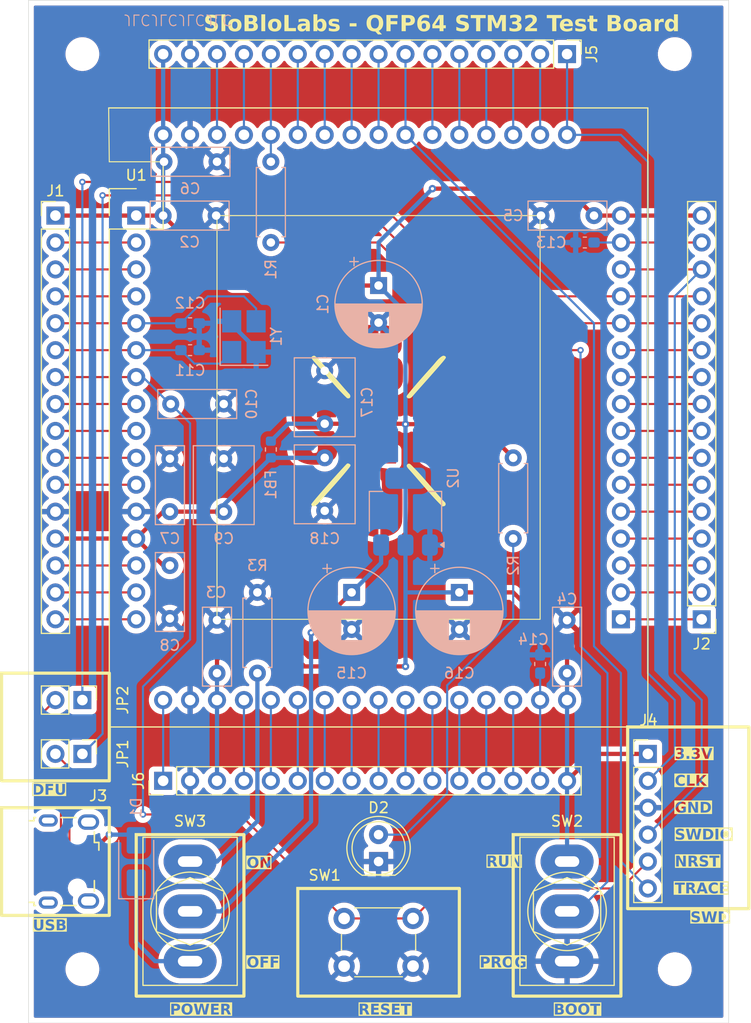
<source format=kicad_pcb>
(kicad_pcb (version 20241229) (generator "pcbnew") (generator_version "9.0")
  (layers (0 "F.Cu" signal) (2 "B.Cu" signal) (13 "F.Paste" user) (15 "B.Paste" user) (5 "F.SilkS" user "F.Silkscreen") (7 "B.SilkS" user "B.Silkscreen") (1 "F.Mask" user) (3 "B.Mask" user) (25 "Edge.Cuts" user))
  (net 0 "")
  (net 1 "+3.3V")
  (net 2 "GND")
  (net 3 "+3.3VA")
  (net 4 "/NRST")
  (net 5 "/Pin31")
  (net 6 "/Pin47")
  (net 7 "/Pin6")
  (net 8 "/Pin5")
  (net 9 "+5V")
  (net 10 "VBUS")
  (net 12 "Net-(J3-D-)")
  (net 16 "Net-(J3-D+)")
  (net 18 "/Pin8")
  (net 19 "/Pin11")
  (net 20 "/Pin2")
  (net 21 "/Pin10")
  (net 22 "/Pin3")
  (net 23 "/Pin16")
  (net 24 "/Pin4")
  (net 25 "/Pin9")
  (net 26 "/Pin14")
  (net 27 "/Pin15")
  (net 28 "/Pin23")
  (net 29 "/Pin17")
  (net 30 "/Pin20")
  (net 31 "/Pin28")
  (net 32 "/Pin27")
  (net 33 "/Pin21")
  (net 34 "/Pin24")
  (net 35 "/Pin22")
  (net 36 "/Pin26")
  (net 37 "/Pin25")
  (net 38 "/Pin29")
  (net 39 "/Pin30")
  (net 40 "/Pin62")
  (net 41 "/BOOT0")
  (net 42 "/Pin50")
  (net 43 "/Pin59")
  (net 44 "/Pin58")
  (net 45 "/Pin52")
  (net 46 "/Pin57")
  (net 47 "/Pin54")
  (net 48 "/Pin56")
  (net 49 "/JTDO-TRACESWO")
  (net 50 "/Pin51")
  (net 51 "/JTCK-SWCLK")
  (net 52 "/Pin61")
  (net 53 "/Pin53")
  (net 54 "/Pin43")
  (net 55 "/JTMS-SWDIO")
  (net 56 "/Pin38")
  (net 57 "/Pin37")
  (net 58 "/Pin41")
  (net 59 "/Pin34")
  (net 60 "/Pin35")
  (net 61 "/Pin45")
  (net 62 "/Pin44")
  (net 63 "/Pin40")
  (net 64 "/Pin36")
  (net 65 "/Pin42")
  (net 66 "/Pin33")
  (net 67 "/Pin39")
  (net 68 "/BOOT0_S")
  (net 69 "Net-(D2-A)")
  (net 70 "/On")
  (net 71 "/Off")
  (footprint "MountingHole:MountingHole_2.7mm_M2.5" (layer "F.Cu") (at 132.08 55.88)
    (property "Reference" "H2" (hide yes))
    (property "Value" "MountingHole")
  )
  (footprint "Connector_PinHeader_2.54mm:PinHeader_1x16_P2.54mm_Vertical" (layer "F.Cu") (at 190.5 109.22 180)
    (property "Reference" "J2")
    (property "Value" "Conn_01x16")
  )
  (footprint "LED_THT:LED_D5.0mm_Clear" (layer "F.Cu") (at 160.02 132.08 90)
    (property "Reference" "D2")
    (property "Value" "LED")
  )
  (footprint "SloBlo:SW_Toggle_MS500" (layer "F.Cu") (at 177.8 136.78 90)
    (property "Reference" "SW2")
    (property "Value" "SW_SPDT")
  )
  (footprint "MountingHole:MountingHole_2.7mm_M2.5" (layer "F.Cu") (at 187.96 142.24)
    (property "Reference" "H4" (hide yes))
    (property "Value" "MountingHole")
  )
  (footprint "Connector_USB:USB_Micro-B_Wuerth_629105150521" (layer "F.Cu") (at 130.81 132.08 -90)
    (property "Reference" "J3")
    (property "Value" "USB_B_Micro")
  )
  (footprint "SloBlo:QFP64-0.5-REV2" (layer "F.Cu") (at 137.16 71.12)
    (property "Reference" "U1")
    (property "Value" "QFP64-0.5-REV2")
  )
  (footprint "Connector_PinHeader_2.54mm:PinHeader_1x02_P2.54mm_Vertical" (layer "F.Cu") (at 132.08 121.92 -90)
    (property "Reference" "JP1")
    (property "Value" "Jumper_2_Bridged")
  )
  (footprint "Connector_PinHeader_2.54mm:PinHeader_1x16_P2.54mm_Vertical" (layer "F.Cu") (at 139.7 124.46 90)
    (property "Reference" "J6")
    (property "Value" "Conn_01x16")
  )
  (footprint "SloBloFP:SloBloLogo_16x20" (layer "F.Cu") (at 160.02 91.44)
    (property "Reference" "Ref**" (hide yes))
    (property "Value" "Val**" (hide yes))
  )
  (footprint "SloBlo:E-Switch_TL1105SP" (layer "F.Cu") (at 160.02 139.7 180)
    (property "Reference" "SW1")
    (property "Value" "SW_Push")
  )
  (footprint "Connector_PinHeader_2.54mm:PinHeader_1x16_P2.54mm_Vertical" (layer "F.Cu") (at 177.8 55.88 -90)
    (property "Reference" "J5")
    (property "Value" "Conn_01x16")
  )
  (footprint "Connector_PinHeader_2.54mm:PinHeader_1x02_P2.54mm_Vertical" (layer "F.Cu") (at 132.08 116.84 -90)
    (property "Reference" "JP2")
    (property "Value" "Jumper_2_Bridged")
  )
  (footprint "MountingHole:MountingHole_2.7mm_M2.5" (layer "F.Cu") (at 187.96 55.88)
    (property "Reference" "H3" (hide yes))
    (property "Value" "MountingHole")
  )
  (footprint "SloBlo:SW_Toggle_MS500" (layer "F.Cu") (at 142.24 136.78 -90)
    (property "Reference" "SW3")
    (property "Value" "SW_SPDT")
  )
  (footprint "Connector_PinHeader_2.54mm:PinHeader_1x06_P2.54mm_Vertical" (layer "F.Cu") (at 185.42 121.92)
    (property "Reference" "J4")
    (property "Value" "Conn_01x06")
  )
  (footprint "Connector_PinHeader_2.54mm:PinHeader_1x16_P2.54mm_Vertical" (layer "F.Cu") (at 129.54 71.12)
    (property "Reference" "J1")
    (property "Value" "Conn_01x16")
  )
  (footprint "MountingHole:MountingHole_2.7mm_M2.5" (layer "F.Cu") (at 132.08 142.24)
    (property "Reference" "H1" (hide yes))
    (property "Value" "MountingHole")
  )
  (footprint "Package_TO_SOT_SMD:SOT-223-3_TabPin2" (layer "B.Cu") (at 162.56 99.06 90)
    (property "Reference" "U2")
    (property "Value" "LM1117MP-3.3")
  )
  (footprint "Crystal:Crystal_SMD_3225-4Pin_3.2x2.5mm_HandSoldering" (layer "B.Cu") (at 147.32 82.55 90)
    (property "Reference" "Y1")
    (property "Value" "ABM8-16.000MHZ-D1X-T")
  )
  (footprint "Capacitor_THT:C_Rect_L7.2mm_W2.5mm_P5.00mm_FKS2_FKP2_MKS2_MKP2" (layer "B.Cu") (at 144.78 114.3 90)
    (property "Reference" "C3")
    (property "Value" "100n")
  )
  (footprint "Capacitor_SMD:C_0603_1608Metric_Pad1.08x0.95mm_HandSolder" (layer "B.Cu") (at 142.24 83.82)
    (property "Reference" "C11")
    (property "Value" "26p")
  )
  (footprint "Capacitor_THT:C_Rect_L7.2mm_W5.5mm_P5.00mm_FKS2_FKP2_MKS2_MKP2" (layer "B.Cu") (at 154.94 90.765 90)
    (property "Reference" "C17")
    (property "Value" "1u")
  )
  (footprint "Resistor_THT:R_Axial_DIN0207_L6.3mm_D2.5mm_P7.62mm_Horizontal" (layer "B.Cu") (at 149.86 66.04 -90)
    (property "Reference" "R1")
    (property "Value" "10K")
  )
  (footprint "Capacitor_SMD:C_0603_1608Metric_Pad1.08x0.95mm_HandSolder" (layer "B.Cu") (at 179.4775 73.66 180)
    (property "Reference" "C13")
    (property "Value" "2u2")
  )
  (footprint "Capacitor_THT:C_Rect_L7.2mm_W5.5mm_P5.00mm_FKS2_FKP2_MKS2_MKP2" (layer "B.Cu") (at 154.94 93.98 -90)
    (property "Reference" "C18")
    (property "Value" "1u")
  )
  (footprint "Capacitor_THT:C_Rect_L7.2mm_W2.5mm_P5.00mm_FKS2_FKP2_MKS2_MKP2" (layer "B.Cu") (at 140.415 88.9)
    (property "Reference" "C10")
    (property "Value" "100n")
  )
  (footprint "Inductor_SMD:L_0603_1608Metric" (layer "B.Cu") (at 149.86 93.1925 -90)
    (property "Reference" "FB1")
    (property "Value" "120R@100MHz")
  )
  (footprint "Resistor_THT:R_Axial_DIN0207_L6.3mm_D2.5mm_P7.62mm_Horizontal" (layer "B.Cu") (at 172.72 93.98 -90)
    (property "Reference" "R2")
    (property "Value" "130")
  )
  (footprint "Capacitor_THT:C_Rect_L7.2mm_W2.5mm_P5.00mm_FKS2_FKP2_MKS2_MKP2" (layer "B.Cu") (at 139.7 71.12)
    (property "Reference" "C2")
    (property "Value" "100n")
  )
  (footprint "Capacitor_THT:C_Rect_L7.2mm_W2.5mm_P5.00mm_FKS2_FKP2_MKS2_MKP2" (layer "B.Cu") (at 177.8 114.3 90)
    (property "Reference" "C4")
    (property "Value" "100n")
  )
  (footprint "Capacitor_THT:C_Rect_L7.2mm_W2.5mm_P5.00mm_FKS2_FKP2_MKS2_MKP2" (layer "B.Cu") (at 180.34 71.12 180)
    (property "Reference" "C5")
    (property "Value" "100n" (hide yes))
  )
  (footprint "Capacitor_THT:CP_Radial_D8.0mm_P3.50mm" (layer "B.Cu") (at 160.02 77.722349 -90)
    (property "Reference" "C1")
    (property "Value" "10u")
  )
  (footprint "Capacitor_THT:C_Rect_L7.2mm_W2.5mm_P5.00mm_FKS2_FKP2_MKS2_MKP2" (layer "B.Cu") (at 140.335 104.14 -90)
    (property "Reference" "C8")
    (property "Value" "100n" (hide yes))
  )
  (footprint "Capacitor_THT:C_Rect_L7.2mm_W5.5mm_P5.00mm_FKS2_FKP2_MKS2_MKP2" (layer "B.Cu") (at 145.415 99.06 90)
    (property "Reference" "C9")
    (property "Value" "1u" (hide yes))
  )
  (footprint "Resistor_THT:R_Axial_DIN0207_L6.3mm_D2.5mm_P7.62mm_Horizontal" (layer "B.Cu") (at 148.59 106.68 -90)
    (property "Reference" "R3")
    (property "Value" "1K")
  )
  (footprint "Capacitor_THT:C_Rect_L7.2mm_W2.5mm_P5.00mm_FKS2_FKP2_MKS2_MKP2" (layer "B.Cu") (at 140.335 99.06 90)
    (property "Reference" "C7")
    (property "Value" "10n" (hide yes))
  )
  (footprint "Capacitor_SMD:C_0603_1608Metric_Pad1.08x0.95mm_HandSolder" (layer "B.Cu") (at 175.26 113.4375 90)
    (property "Reference" "C14")
    (property "Value" "2u2")
  )
  (footprint "Capacitor_THT:CP_Radial_D8.0mm_P3.50mm" (layer "B.Cu") (at 167.64 106.68 -90)
    (property "Reference" "C16")
    (property "Value" "10u")
  )
  (footprint "Capacitor_THT:C_Rect_L7.2mm_W2.5mm_P5.00mm_FKS2_FKP2_MKS2_MKP2" (layer "B.Cu") (at 139.78 66.04)
    (property "Reference" "C6")
    (property "Value" "100n")
  )
  (footprint "Capacitor_SMD:C_0603_1608Metric_Pad1.08x0.95mm_HandSolder" (layer "B.Cu") (at 142.24 81.28)
    (property "Reference" "C12")
    (property "Value" "26p")
  )
  (footprint "Capacitor_THT:CP_Radial_D8.0mm_P3.50mm" (layer "B.Cu") (at 157.48 106.68 -90)
    (property "Reference" "C15")
    (property "Value" "10u")
  )
  (footprint "Diode_SMD:D_SMA" (layer "B.Cu") (at 137.16 132.08 90)
    (property "Reference" "D1")
    (property "Value" "SS310")
  )
  (gr_rect (start 124.46 127) (end 134.62 137.16) (stroke (width 0.3)) (fill no) (layer "F.SilkS"))
  (gr_rect (start 124.46 114.3) (end 134.62 124.46) (stroke (width 0.3)) (fill no) (layer "F.SilkS"))
  (gr_rect (start 172.72 129.54) (end 182.88 144.78) (stroke (width 0.3)) (fill no) (layer "F.SilkS"))
  (gr_rect (start 152.4 134.62) (end 167.64 144.78) (stroke (width 0.3)) (fill no) (layer "F.SilkS"))
  (gr_rect (start 183.515 119.38) (end 194.945 136.525) (stroke (width 0.3)) (fill no) (layer "F.SilkS"))
  (gr_rect (start 137.16 129.54) (end 147.32 144.78) (stroke (width 0.3)) (fill no) (layer "F.SilkS"))
  (gr_rect (start 127 50.8) (end 193.04 147.32) (stroke (width 0.05)) (fill no) (layer "Edge.Cuts"))
  (gr_text "ON" (at 147.574 132.842 0) (layer "F.SilkS" knockout) (effects (font (size 1 1) (thickness 0.2) (bold yes)) (justify left bottom)))
  (gr_text "GND" (at 187.96 127.635 0) (layer "F.SilkS" knockout) (effects (font (size 1 1) (thickness 0.2) (bold yes)) (justify left bottom)))
  (gr_text "PROG" (at 169.545 142.24 0) (layer "F.SilkS" knockout) (effects (font (size 1 1) (thickness 0.2) (bold yes)) (justify left bottom)))
  (gr_text "USB" (at 127.389691 138.737611 0) (layer "F.SilkS" knockout) (effects (font (size 1 1) (thickness 0.2) (bold yes)) (justify left bottom)))
  (gr_text "OFF" (at 147.574 142.24 0) (layer "F.SilkS" knockout) (effects (font (size 1 1) (thickness 0.2) (bold yes)) (justify left bottom)))
  (gr_text "BOOT" (at 176.53 146.685 0) (layer "F.SilkS" knockout) (effects (font (size 1 1) (thickness 0.2) (bold yes)) (justify left bottom)))
  (gr_text "SWDIO" (at 187.96 130.175 0) (layer "F.SilkS" knockout) (effects (font (size 1 1) (thickness 0.2) (bold yes)) (justify left bottom)))
  (gr_text "DFU" (at 127.319173 125.939804 0) (layer "F.SilkS" knockout) (effects (font (size 1 1) (thickness 0.2) (bold yes)) (justify left bottom)))
  (gr_text "POWER" (at 140.335 146.685 0) (layer "F.SilkS" knockout) (effects (font (size 1 1) (thickness 0.2) (bold yes)) (justify left bottom)))
  (gr_text "RUN" (at 170.18 132.715 0) (layer "F.SilkS" knockout) (effects (font (size 1 1) (thickness 0.2) (bold yes)) (justify left bottom)))
  (gr_text "CLK" (at 187.96 125.095 0) (layer "F.SilkS" knockout) (effects (font (size 1 1) (thickness 0.2) (bold yes)) (justify left bottom)))
  (gr_text "NRST" (at 187.96 132.715 0) (layer "F.SilkS" knockout) (effects (font (size 1 1) (thickness 0.2) (bold yes)) (justify left bottom)))
  (gr_text "3.3V" (at 187.96 122.555 0) (layer "F.SilkS" knockout) (effects (font (size 1 1) (thickness 0.2) (bold yes)) (justify left bottom)))
  (gr_text "RESET" (at 158.115 146.685 0) (layer "F.SilkS" knockout) (effects (font (size 1 1) (thickness 0.2) (bold yes)) (justify left bottom)))
  (gr_text "SWD" (at 189.434343 137.972537 0) (layer "F.SilkS" knockout) (effects (font (size 1 1) (thickness 0.2) (bold yes)) (justify left bottom)))
  (gr_text "TRACE" (at 187.96 135.255 0) (layer "F.SilkS" knockout) (effects (font (size 1 1) (thickness 0.2) (bold yes)) (justify left bottom)))
  (gr_text "SloBloLabs - QFP64 STM32 Test Board" (at 143.51 53.975 0) (layer "F.SilkS") (effects (font (size 1.5 1.5) (thickness 0.2) (bold yes)) (justify left bottom)))
  (gr_text "JLCJLCJLCJLC" (at 135.89 52.07 180) (layer "B.SilkS") (effects (font (size 1 1) (thickness 0.1)) (justify left bottom mirror)))
  (segment (start 177.8 111.76) (end 172.72 106.68) (width 0.4) (layer "F.Cu") (net 1))
  (segment (start 185.42 121.92) (end 180.34 121.92) (width 0.4) (layer "F.Cu") (net 1))
  (segment (start 165.1 68.58) (end 177.8 68.58) (width 0.4) (layer "F.Cu") (net 1))
  (segment (start 162.56 113.665) (end 153.035 113.665) (width 0.4) (layer "F.Cu") (net 1))
  (segment (start 146.05 111.76) (end 144.78 113.03) (width 0.4) (layer "F.Cu") (net 1))
  (segment (start 146.302349 77.722349) (end 160.02 77.722349) (width 0.4) (layer "F.Cu") (net 1))
  (segment (start 182.88 71.12) (end 180.34 71.12) (width 0.4) (layer "F.Cu") (net 1))
  (segment (start 177.8 114.3) (end 177.8 111.76) (width 0.4) (layer "F.Cu") (net 1))
  (segment (start 144.78 113.03) (end 144.78 114.3) (width 0.4) (layer "F.Cu") (net 1))
  (segment (start 172.72 106.68) (end 167.64 106.68) (width 0.4) (layer "F.Cu") (net 1))
  (segment (start 177.8 68.58) (end 180.34 71.12) (width 0.4) (layer "F.Cu") (net 1))
  (segment (start 162.56 90.805) (end 162.52 90.765) (width 0.4) (layer "F.Cu") (net 1))
  (segment (start 162.56 90.805) (end 169.545 90.805) (width 0.4) (layer "F.Cu") (net 1))
  (segment (start 151.13 111.76) (end 146.05 111.76) (width 0.4) (layer "F.Cu") (net 1))
  (segment (start 139.7 71.12) (end 137.16 71.12) (width 0.4) (layer "F.Cu") (net 1))
  (segment (start 139.7 71.12) (end 146.302349 77.722349) (width 0.4) (layer "F.Cu") (net 1))
  (segment (start 169.545 90.805) (end 172.72 93.98) (width 0.4) (layer "F.Cu") (net 1))
  (segment (start 137.16 71.12) (end 129.54 71.12) (width 0.4) (layer "F.Cu") (net 1))
  (segment (start 180.34 121.92) (end 177.8 124.46) (width 0.4) (layer "F.Cu") (net 1))
  (segment (start 153.035 113.665) (end 151.13 111.76) (width 0.4) (layer "F.Cu") (net 1))
  (segment (start 162.52 90.765) (end 154.94 90.765) (width 0.4) (layer "F.Cu") (net 1))
  (segment (start 190.5 71.12) (end 182.88 71.12) (width 0.4) (layer "F.Cu") (net 1))
  (via (at 165.1 68.58) (size 0.7) (drill 0.3) (layers "F.Cu" "B.Cu") (net 1))
  (via (at 162.56 90.805) (size 0.7) (drill 0.3) (layers "F.Cu" "B.Cu") (net 1))
  (via (at 162.56 113.665) (size 0.7) (drill 0.3) (layers "F.Cu" "B.Cu") (net 1))
  (segment (start 162.56 104.14) (end 162.56 106.68) (width 0.4) (layer "B.Cu") (net 1))
  (segment (start 139.7 63.5) (end 139.7 71.12) (width 0.4) (layer "B.Cu") (net 1))
  (segment (start 154.94 90.765) (end 151.5 90.765) (width 0.4) (layer "B.Cu") (net 1))
  (segment (start 177.8 132.08) (end 177.8 124.46) (width 0.4) (layer "B.Cu") (net 1))
  (segment (start 162.56 113.665) (end 162.56 104.14) (width 0.4) (layer "B.Cu") (net 1))
  (segment (start 162.56 106.68) (end 167.64 106.68) (width 0.4) (layer "B.Cu") (net 1))
  (segment (start 162.56 80.262349) (end 160.02 77.722349) (width 0.4) (layer "B.Cu") (net 1))
  (segment (start 144.78 124.46) (end 144.78 116.84) (width 0.4) (layer "B.Cu") (net 1))
  (segment (start 162.56 90.805) (end 162.56 80.262349) (width 0.4) (layer "B.Cu") (net 1))
  (segment (start 177.8 124.46) (end 177.8 116.84) (width 0.4) (layer "B.Cu") (net 1))
  (segment (start 151.5 90.765) (end 149.86 92.405) (width 0.4) (layer "B.Cu") (net 1))
  (segment (start 177.8 116.84) (end 177.8 114.3) (width 0.4) (layer "B.Cu") (net 1))
  (segment (start 162.56 95.91) (end 162.56 102.21) (width 0.4) (layer "B.Cu") (net 1))
  (segment (start 144.78 116.84) (end 144.78 114.3) (width 0.4) (layer "B.Cu") (net 1))
  (segment (start 160.02 73.66) (end 160.02 77.722349) (width 0.4) (layer "B.Cu") (net 1))
  (segment (start 162.56 102.21) (end 162.56 104.14) (width 0.4) (layer "B.Cu") (net 1))
  (segment (start 165.1 68.58) (end 160.02 73.66) (width 0.4) (layer "B.Cu") (net 1))
  (segment (start 162.56 95.91) (end 162.56 90.805) (width 0.4) (layer "B.Cu") (net 1))
  (segment (start 139.7 55.88) (end 139.7 63.5) (width 0.4) (layer "B.Cu") (net 1))
  (segment (start 148.47 84) (end 148.47 83.7) (width 0.4) (layer "B.Cu") (net 2))
  (segment (start 146.17 81.4) (end 146.17 81.1) (width 0.4) (layer "B.Cu") (net 2))
  (segment (start 148.47 83.7) (end 146.17 81.4) (width 0.4) (layer "B.Cu") (net 2))
  (segment (start 139.7 99.06) (end 137.16 101.6) (width 0.4) (layer "F.Cu") (net 3))
  (segment (start 139.7 104.14) (end 137.16 101.6) (width 0.4) (layer "F.Cu") (net 3))
  (segment (start 144.78 99.06) (end 139.7 99.06) (width 0.4) (layer "F.Cu") (net 3))
  (segment (start 137.16 101.6) (end 129.54 101.6) (width 0.4) (layer "F.Cu") (net 3))
  (segment (start 145.415 98.425) (end 145.415 99.06) (width 0.4) (layer "B.Cu") (net 3))
  (segment (start 149.86 93.98) (end 145.415 98.425) (width 0.4) (layer "B.Cu") (net 3))
  (segment (start 154.94 93.98) (end 149.86 93.98) (width 0.4) (layer "B.Cu") (net 3))
  (segment (start 163.27 137.45) (end 156.77 137.45) (width 0.2) (layer "F.Cu") (net 4))
  (segment (start 137.24 86.36) (end 137.16 86.36) (width 0.2) (layer "F.Cu") (net 4))
  (segment (start 137.795 127.635) (end 146.955 127.635) (width 0.2) (layer "F.Cu") (net 4))
  (segment (start 146.955 127.635) (end 156.77 137.45) (width 0.2) (layer "F.Cu") (net 4))
  (segment (start 185.42 132.08) (end 182.88 134.62) (width 0.2) (layer "F.Cu") (net 4))
  (segment (start 137.16 86.36) (end 129.54 86.36) (width 0.2) (layer "F.Cu") (net 4))
  (segment (start 182.88 134.62) (end 166.1 134.62) (width 0.2) (layer "F.Cu") (net 4))
  (segment (start 166.1 134.62) (end 163.27 137.45) (width 0.2) (layer "F.Cu") (net 4))
  (via (at 137.795 127.635) (size 0.6) (drill 0.3) (layers "F.Cu" "B.Cu") (net 4))
  (segment (start 140.335 88.9) (end 137.795 86.36) (width 0.2) (layer "B.Cu") (net 4))
  (segment (start 140.415 88.9) (end 140.335 88.9) (width 0.2) (layer "B.Cu") (net 4))
  (segment (start 137.795 86.36) (end 137.16 86.36) (width 0.2) (layer "B.Cu") (net 4))
  (segment (start 137.795 115.57) (end 142.24 111.125) (width 0.2) (layer "B.Cu") (net 4))
  (segment (start 142.24 111.125) (end 142.24 90.725) (width 0.2) (layer "B.Cu") (net 4))
  (segment (start 137.795 127.635) (end 137.795 115.57) (width 0.2) (layer "B.Cu") (net 4))
  (segment (start 142.24 90.725) (end 140.415 88.9) (width 0.2) (layer "B.Cu") (net 4))
  (segment (start 175.26 114.3) (end 175.26 116.84) (width 0.2) (layer "B.Cu") (net 5))
  (segment (start 175.26 124.46) (end 175.26 116.84) (width 0.2) (layer "B.Cu") (net 5))
  (segment (start 190.5 73.66) (end 182.88 73.66) (width 0.2) (layer "F.Cu") (net 6))
  (segment (start 182.88 73.66) (end 180.34 73.66) (width 0.2) (layer "B.Cu") (net 6))
  (segment (start 137.16 83.82) (end 129.54 83.82) (width 0.2) (layer "F.Cu") (net 7))
  (segment (start 142.6475 85.09) (end 141.3775 83.82) (width 0.2) (layer "B.Cu") (net 7))
  (segment (start 146.17 84) (end 145.08 85.09) (width 0.2) (layer "B.Cu") (net 7))
  (segment (start 145.08 85.09) (end 142.6475 85.09) (width 0.2) (layer "B.Cu") (net 7))
  (segment (start 141.3775 83.82) (end 137.16 83.82) (width 0.2) (layer "B.Cu") (net 7))
  (segment (start 137.16 81.28) (end 129.54 81.28) (width 0.2) (layer "F.Cu") (net 8))
  (segment (start 143.9175 78.74) (end 141.3775 81.28) (width 0.2) (layer "B.Cu") (net 8))
  (segment (start 141.3775 81.28) (end 137.16 81.28) (width 0.2) (layer "B.Cu") (net 8))
  (segment (start 147.32 78.74) (end 143.9175 78.74) (width 0.2) (layer "B.Cu") (net 8))
  (segment (start 148.47 81.1) (end 148.47 79.89) (width 0.2) (layer "B.Cu") (net 8))
  (segment (start 148.47 79.89) (end 147.32 78.74) (width 0.2) (layer "B.Cu") (net 8))
  (segment (start 153.67 110.49) (end 157.48 106.68) (width 0.4) (layer "F.Cu") (net 9))
  (via (at 153.67 110.49) (size 0.7) (drill 0.3) (layers "F.Cu" "B.Cu") (net 9))
  (segment (start 145.16 136.78) (end 153.651 128.289) (width 0.4) (layer "B.Cu") (net 9))
  (segment (start 160.26 103.9) (end 157.48 106.68) (width 0.4) (layer "B.Cu") (net 9))
  (segment (start 153.651 110.509) (end 153.67 110.49) (width 0.4) (layer "B.Cu") (net 9))
  (segment (start 160.26 102.21) (end 160.26 103.9) (width 0.4) (layer "B.Cu") (net 9))
  (segment (start 153.651 128.289) (end 153.651 110.509) (width 0.4) (layer "B.Cu") (net 9))
  (segment (start 142.24 136.78) (end 145.16 136.78) (width 0.4) (layer "B.Cu") (net 9))
  (segment (start 133.38 130.78) (end 134.62 129.54) (width 0.4) (layer "F.Cu") (net 10))
  (segment (start 132.71 130.78) (end 133.38 130.78) (width 0.4) (layer "F.Cu") (net 10))
  (via (at 134.62 129.54) (size 0.7) (drill 0.3) (layers "F.Cu" "B.Cu") (net 10))
  (segment (start 136.62 129.54) (end 137.16 130.08) (width 0.4) (layer "B.Cu") (net 10))
  (segment (start 134.62 129.54) (end 136.62 129.54) (width 0.4) (layer "B.Cu") (net 10))
  (segment (start 131.86 131.43) (end 130.859 130.429) (width 0.2) (layer "F.Cu") (net 12))
  (segment (start 130.859 123.239) (end 129.54 121.92) (width 0.2) (layer "F.Cu") (net 12))
  (segment (start 130.859 130.429) (end 130.859 123.239) (width 0.2) (layer "F.Cu") (net 12))
  (segment (start 132.71 131.43) (end 131.86 131.43) (width 0.2) (layer "F.Cu") (net 12))
  (segment (start 127.601 122.521) (end 127.601 118.779) (width 0.2) (layer "F.Cu") (net 16))
  (segment (start 132.71 132.08) (end 131.86 132.08) (width 0.2) (layer "F.Cu") (net 16))
  (segment (start 131.86 132.08) (end 130.061 130.281) (width 0.2) (layer "F.Cu") (net 16))
  (segment (start 130.061 124.981) (end 127.601 122.521) (width 0.2) (layer "F.Cu") (net 16))
  (segment (start 127.601 118.779) (end 129.54 116.84) (width 0.2) (layer "F.Cu") (net 16))
  (segment (start 130.061 130.281) (end 130.061 124.981) (width 0.2) (layer "F.Cu") (net 16))
  (segment (start 137.16 88.9) (end 129.54 88.9) (width 0.2) (layer "F.Cu") (net 18))
  (segment (start 137.16 96.52) (end 129.54 96.52) (width 0.2) (layer "F.Cu") (net 19))
  (segment (start 137.16 73.66) (end 129.54 73.66) (width 0.2) (layer "F.Cu") (net 20))
  (segment (start 137.16 93.98) (end 129.54 93.98) (width 0.2) (layer "F.Cu") (net 21))
  (segment (start 137.16 76.2) (end 129.54 76.2) (width 0.2) (layer "F.Cu") (net 22))
  (segment (start 137.16 109.22) (end 129.54 109.22) (width 0.2) (layer "F.Cu") (net 23))
  (segment (start 137.16 78.74) (end 129.54 78.74) (width 0.2) (layer "F.Cu") (net 24))
  (segment (start 137.16 91.44) (end 129.54 91.44) (width 0.2) (layer "F.Cu") (net 25))
  (segment (start 137.16 104.14) (end 129.54 104.14) (width 0.2) (layer "F.Cu") (net 26))
  (segment (start 137.16 106.68) (end 129.54 106.68) (width 0.2) (layer "F.Cu") (net 27))
  (segment (start 154.94 124.46) (end 154.94 116.84) (width 0.2) (layer "B.Cu") (net 28))
  (segment (start 139.7 124.46) (end 139.7 116.84) (width 0.2) (layer "B.Cu") (net 29))
  (segment (start 147.32 124.46) (end 147.32 116.84) (width 0.2) (layer "B.Cu") (net 30))
  (segment (start 167.64 124.46) (end 167.64 116.84) (width 0.2) (layer "B.Cu") (net 31))
  (segment (start 165.1 124.46) (end 165.1 116.84) (width 0.2) (layer "B.Cu") (net 32))
  (segment (start 149.86 124.46) (end 149.86 116.84) (width 0.2) (layer "B.Cu") (net 33))
  (segment (start 157.48 124.46) (end 157.48 116.84) (width 0.2) (layer "B.Cu") (net 34))
  (segment (start 152.4 124.46) (end 152.4 116.84) (width 0.2) (layer "B.Cu") (net 35))
  (segment (start 162.56 124.46) (end 162.56 116.84) (width 0.2) (layer "B.Cu") (net 36))
  (segment (start 160.02 124.46) (end 160.02 116.84) (width 0.2) (layer "B.Cu") (net 37))
  (segment (start 170.18 124.46) (end 170.18 116.84) (width 0.2) (layer "B.Cu") (net 38))
  (segment (start 172.72 124.46) (end 172.72 116.84) (width 0.2) (layer "B.Cu") (net 39))
  (segment (start 144.78 55.88) (end 144.78 63.5) (width 0.2) (layer "B.Cu") (net 40))
  (segment (start 149.86 63.5) (end 149.86 66.04) (width 0.2) (layer "B.Cu") (net 41))
  (segment (start 149.86 55.88) (end 149.86 63.5) (width 0.2) (layer "B.Cu") (net 41))
  (segment (start 175.26 55.88) (end 175.26 63.5) (width 0.2) (layer "B.Cu") (net 42))
  (segment (start 152.4 55.88) (end 152.4 63.5) (width 0.2) (layer "B.Cu") (net 43))
  (segment (start 154.94 55.88) (end 154.94 63.5) (width 0.2) (layer "B.Cu") (net 44))
  (segment (start 170.18 55.88) (end 170.18 63.5) (width 0.2) (layer "B.Cu") (net 45))
  (segment (start 157.48 55.88) (end 157.48 63.5) (width 0.2) (layer "B.Cu") (net 46))
  (segment (start 165.1 55.88) (end 165.1 63.5) (width 0.2) (layer "B.Cu") (net 47))
  (segment (start 160.02 55.88) (end 160.02 63.5) (width 0.2) (layer "B.Cu") (net 48))
  (segment (start 185.42 134.62) (end 182.88 132.08) (width 0.2) (layer "B.Cu") (net 49))
  (segment (start 162.56 55.88) (end 162.56 63.5) (width 0.2) (layer "B.Cu") (net 49))
  (segment (start 180.34 111.76) (end 180.34 81.28) (width 0.2) (layer "B.Cu") (net 49))
  (segment (start 182.88 114.3) (end 180.34 111.76) (width 0.2) (layer "B.Cu") (net 49))
  (segment (start 180.34 81.28) (end 162.56 63.5) (width 0.2) (layer "B.Cu") (net 49))
  (segment (start 182.88 132.08) (end 182.88 114.3) (width 0.2) (layer "B.Cu") (net 49))
  (segment (start 172.72 55.88) (end 172.72 63.5) (width 0.2) (layer "B.Cu") (net 50))
  (segment (start 187.96 116.84) (end 185.42 114.3) (width 0.2) (layer "B.Cu") (net 51))
  (segment (start 177.8 55.88) (end 177.8 63.5) (width 0.2) (layer "B.Cu") (net 51))
  (segment (start 185.42 124.46) (end 187.96 121.92) (width 0.2) (layer "B.Cu") (net 51))
  (segment (start 182.88 63.5) (end 177.8 63.5) (width 0.2) (layer "B.Cu") (net 51))
  (segment (start 187.96 121.92) (end 187.96 116.84) (width 0.2) (layer "B.Cu") (net 51))
  (segment (start 185.42 114.3) (end 185.42 66.04) (width 0.2) (layer "B.Cu") (net 51))
  (segment (start 185.42 66.04) (end 182.88 63.5) (width 0.2) (layer "B.Cu") (net 51))
  (segment (start 147.32 55.88) (end 147.32 63.5) (width 0.2) (layer "B.Cu") (net 52))
  (segment (start 167.64 55.88) (end 167.64 63.5) (width 0.2) (layer "B.Cu") (net 53))
  (segment (start 190.5 83.82) (end 182.88 83.82) (width 0.2) (layer "F.Cu") (net 54))
  (segment (start 190.5 76.2) (end 182.88 76.2) (width 0.2) (layer "F.Cu") (net 55))
  (segment (start 187.96 78.74) (end 190.5 76.2) (width 0.2) (layer "B.Cu") (net 55))
  (segment (start 190.5 124.46) (end 190.5 116.84) (width 0.2) (layer "B.Cu") (net 55))
  (segment (start 185.42 129.54) (end 190.5 124.46) (width 0.2) (layer "B.Cu") (net 55))
  (segment (start 187.96 114.3) (end 187.96 78.74) (width 0.2) (layer "B.Cu") (net 55))
  (segment (start 190.5 116.84) (end 187.96 114.3) (width 0.2) (layer "B.Cu") (net 55))
  (segment (start 190.5 96.52) (end 182.88 96.52) (width 0.2) (layer "F.Cu") (net 56))
  (segment (start 190.5 99.06) (end 182.88 99.06) (width 0.2) (layer "F.Cu") (net 57))
  (segment (start 190.5 88.9) (end 182.88 88.9) (width 0.2) (layer "F.Cu") (net 58))
  (segment (start 190.5 106.68) (end 182.88 106.68) (width 0.2) (layer "F.Cu") (net 59))
  (segment (start 190.5 104.14) (end 182.88 104.14) (width 0.2) (layer "F.Cu") (net 60))
  (segment (start 132.08 67.945) (end 158.115 67.945) (width 0.2) (layer "F.Cu") (net 61))
  (segment (start 168.91 78.74) (end 182.88 78.74) (width 0.2) (layer "F.Cu") (net 61))
  (segment (start 158.115 67.945) (end 168.91 78.74) (width 0.2) (layer "F.Cu") (net 61))
  (segment (start 190.5 78.74) (end 182.88 78.74) (width 0.2) (layer "F.Cu") (net 61))
  (via (at 132.08 67.945) (size 0.6) (drill 0.3) (layers "F.Cu" "B.Cu") (net 61))
  (segment (start 132.08 68.58) (end 132.08 67.945) (width 0.2) (layer "B.Cu") (net 61))
  (segment (start 132.08 116.84) (end 132.08 68.58) (width 0.2) (layer "B.Cu") (net 61))
  (segment (start 133.985 69.215) (end 157.48 69.215) (width 0.2) (layer "F.Cu") (net 62))
  (segment (start 157.48 69.215) (end 169.545 81.28) (width 0.2) (layer "F.Cu") (net 62))
  (segment (start 169.545 81.28) (end 182.88 81.28) (width 0.2) (layer "F.Cu") (net 62))
  (segment (start 190.5 81.28) (end 182.88 81.28) (width 0.2) (layer "F.Cu") (net 62))
  (via (at 133.985 69.215) (size 0.6) (drill 0.3) (layers "F.Cu" "B.Cu") (net 62))
  (segment (start 133.985 114.3) (end 133.985 71.12) (width 0.2) (layer "B.Cu") (net 62))
  (segment (start 133.985 120.015) (end 133.985 114.3) (width 0.2) (layer "B.Cu") (net 62))
  (segment (start 133.985 71.12) (end 133.985 69.215) (width 0.2) (layer "B.Cu") (net 62))
  (segment (start 132.08 121.92) (end 133.985 120.015) (width 0.2) (layer "B.Cu") (net 62))
  (segment (start 190.5 91.44) (end 182.88 91.44) (width 0.2) (layer "F.Cu") (net 63))
  (segment (start 190.5 101.6) (end 182.88 101.6) (width 0.2) (layer "F.Cu") (net 64))
  (segment (start 190.5 86.36) (end 182.88 86.36) (width 0.2) (layer "F.Cu") (net 65))
  (segment (start 190.5 109.22) (end 182.88 109.22) (width 0.2) (layer "F.Cu") (net 66))
  (segment (start 190.5 93.98) (end 182.88 93.98) (width 0.2) (layer "F.Cu") (net 67))
  (segment (start 170.18 83.82) (end 160.02 73.66) (width 0.2) (layer "F.Cu") (net 68))
  (segment (start 160.02 73.66) (end 149.86 73.66) (width 0.2) (layer "F.Cu") (net 68))
  (segment (start 179.07 83.82) (end 170.18 83.82) (width 0.2) (layer "F.Cu") (net 68))
  (via (at 179.07 83.82) (size 0.6) (drill 0.3) (layers "F.Cu" "B.Cu") (net 68))
  (segment (start 181.61 133.985) (end 178.815 136.78) (width 0.2) (layer "B.Cu") (net 68))
  (segment (start 179.07 111.76) (end 181.61 114.3) (width 0.2) (layer "B.Cu") (net 68))
  (segment (start 179.07 83.82) (end 179.07 111.76) (width 0.2) (layer "B.Cu") (net 68))
  (segment (start 178.815 136.78) (end 177.8 136.78) (width 0.2) (layer "B.Cu") (net 68))
  (segment (start 181.61 114.3) (end 181.61 133.985) (width 0.2) (layer "B.Cu") (net 68))
  (segment (start 166.489 115.451) (end 166.489 125.611) (width 0.2) (layer "B.Cu") (net 69))
  (segment (start 172.72 109.22) (end 166.489 115.451) (width 0.2) (layer "B.Cu") (net 69))
  (segment (start 166.489 125.611) (end 162.56 129.54) (width 0.2) (layer "B.Cu") (net 69))
  (segment (start 172.72 101.6) (end 172.72 109.22) (width 0.2) (layer "B.Cu") (net 69))
  (segment (start 162.56 129.54) (end 160.02 129.54) (width 0.2) (layer "B.Cu") (net 69))
  (segment (start 137.16 134.08) (end 137.16 139.7) (width 0.4) (layer "B.Cu") (net 70))
  (segment (start 137.16 139.7) (end 138.94 141.48) (width 0.4) (layer "B.Cu") (net 70))
  (segment (start 138.94 141.48) (end 142.24 141.48) (width 0.4) (layer "B.Cu") (net 70))
  (segment (start 148.59 128.27) (end 144.78 132.08) (width 0.4) (layer "B.Cu") (net 71))
  (segment (start 144.78 132.08) (end 142.24 132.08) (width 0.4) (layer "B.Cu") (net 71))
  (segment (start 148.59 114.3) (end 148.59 128.27) (width 0.4) (layer "B.Cu") (net 71))
  (zone (net 2) (net_name "GND") (layer "F.Cu") (name "GND_Front") (priority 1) (connect_pads (clearance 0.5)) (min_thickness 0.25) (fill yes (thermal_gap 0.5) (thermal_bridge_width 0.5))
    (polygon (pts (xy 193.04 50.8) (xy 127 50.8) (xy 127 147.32) (xy 193.04 147.32)))
  )
  (zone (net 2) (net_name "GND") (layer "B.Cu") (name "GND_Back") (connect_pads (clearance 0.5)) (min_thickness 0.25) (fill yes (thermal_gap 0.5) (thermal_bridge_width 0.5))
    (polygon (pts (xy 193.04 50.8) (xy 127 50.8) (xy 127 147.32) (xy 193.04 147.32)))
  )
)
</source>
